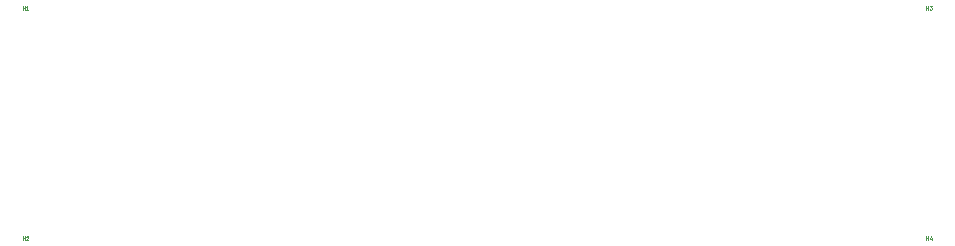
<source format=gbr>
G04 #@! TF.GenerationSoftware,KiCad,Pcbnew,5.1.9*
G04 #@! TF.CreationDate,2022-09-01T16:12:18+02:00*
G04 #@! TF.ProjectId,picsyle-R_strain_915,70696373-796c-4652-9d52-5f7374726169,rev?*
G04 #@! TF.SameCoordinates,Original*
G04 #@! TF.FileFunction,Other,ECO1*
%FSLAX46Y46*%
G04 Gerber Fmt 4.6, Leading zero omitted, Abs format (unit mm)*
G04 Created by KiCad (PCBNEW 5.1.9) date 2022-09-01 16:12:18*
%MOMM*%
%LPD*%
G01*
G04 APERTURE LIST*
%ADD10C,0.030000*%
G04 APERTURE END LIST*
D10*
X139771428Y-116485714D02*
X139771428Y-116185714D01*
X139771428Y-116328571D02*
X139942857Y-116328571D01*
X139942857Y-116485714D02*
X139942857Y-116185714D01*
X140214285Y-116285714D02*
X140214285Y-116485714D01*
X140142857Y-116171428D02*
X140071428Y-116385714D01*
X140257142Y-116385714D01*
X139771428Y-96985714D02*
X139771428Y-96685714D01*
X139771428Y-96828571D02*
X139942857Y-96828571D01*
X139942857Y-96985714D02*
X139942857Y-96685714D01*
X140057142Y-96685714D02*
X140242857Y-96685714D01*
X140142857Y-96800000D01*
X140185714Y-96800000D01*
X140214285Y-96814285D01*
X140228571Y-96828571D01*
X140242857Y-96857142D01*
X140242857Y-96928571D01*
X140228571Y-96957142D01*
X140214285Y-96971428D01*
X140185714Y-96985714D01*
X140100000Y-96985714D01*
X140071428Y-96971428D01*
X140057142Y-96957142D01*
X63271428Y-116485714D02*
X63271428Y-116185714D01*
X63271428Y-116328571D02*
X63442857Y-116328571D01*
X63442857Y-116485714D02*
X63442857Y-116185714D01*
X63571428Y-116214285D02*
X63585714Y-116200000D01*
X63614285Y-116185714D01*
X63685714Y-116185714D01*
X63714285Y-116200000D01*
X63728571Y-116214285D01*
X63742857Y-116242857D01*
X63742857Y-116271428D01*
X63728571Y-116314285D01*
X63557142Y-116485714D01*
X63742857Y-116485714D01*
X63271428Y-96985714D02*
X63271428Y-96685714D01*
X63271428Y-96828571D02*
X63442857Y-96828571D01*
X63442857Y-96985714D02*
X63442857Y-96685714D01*
X63742857Y-96985714D02*
X63571428Y-96985714D01*
X63657142Y-96985714D02*
X63657142Y-96685714D01*
X63628571Y-96728571D01*
X63600000Y-96757142D01*
X63571428Y-96771428D01*
M02*

</source>
